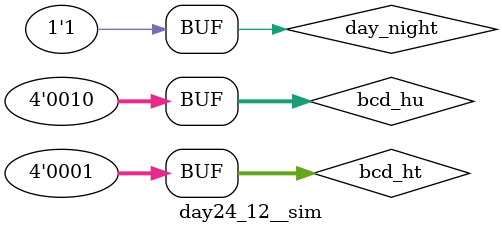
<source format=v>
`timescale 1ns / 1ps


module day24_12__sim;

	// Inputs
	reg [3:0] bcd_hu;
	reg [3:0] bcd_ht;
	reg day_night;

	// Outputs
	wire day;
	wire [3:0] bcd_hto;
	wire [3:0] bcd_huo;

	// Instantiate the Unit Under Test (UUT)
	day24_12 uut (
		.bcd_hu(bcd_hu), 
		.bcd_ht(bcd_ht), 
		.day_night(day_night), 
		.day(day), 
		.bcd_hto(bcd_hto), 
		.bcd_huo(bcd_huo)
	);

	initial begin
		// Initialize Inputs
		bcd_hu = 0;
		bcd_ht = 0;
		day_night = 0;

		// Wait 100 ns for global reset to finish
		#100;
		bcd_hu = 4'b0010;
		bcd_ht = 4'b0001;
		day_night = 0;	
		#1000000;		
		day_night = 1;	
        
		// Add stimulus here

	end
      
endmodule

</source>
